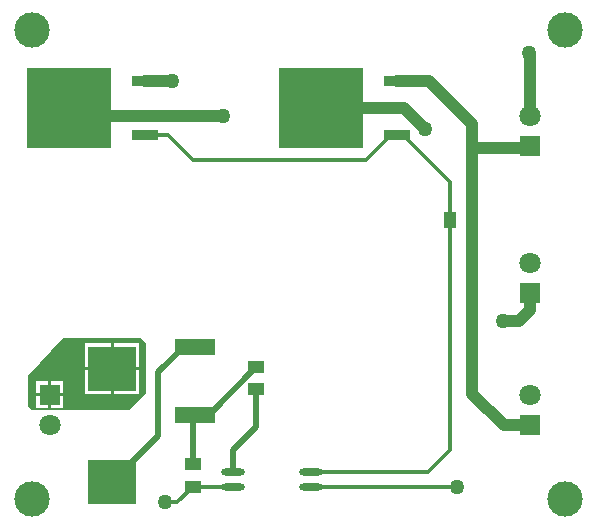
<source format=gtl>
G04 Layer_Physical_Order=1*
G04 Layer_Color=255*
%FSLAX25Y25*%
%MOIN*%
G70*
G01*
G75*
%ADD10R,0.28346X0.26772*%
%ADD11R,0.08661X0.03740*%
%ADD12R,0.15984X0.15000*%
%ADD13R,0.05315X0.03937*%
%ADD14R,0.13583X0.05709*%
%ADD15O,0.07874X0.02362*%
%ADD16R,0.03937X0.05315*%
%ADD17R,0.08858X0.03740*%
%ADD18C,0.01181*%
%ADD19C,0.03937*%
%ADD20C,0.01968*%
%ADD21C,0.07087*%
%ADD22R,0.07087X0.07087*%
%ADD23C,0.11811*%
%ADD24C,0.05000*%
G36*
X85925Y118342D02*
Y101673D01*
X80315Y96063D01*
X48031Y96063D01*
X46850Y97244D01*
Y102953D01*
Y107480D01*
X58268Y120079D01*
X84189D01*
X85925Y118342D01*
D02*
G37*
%LPC*%
G36*
X74303Y109343D02*
X65811D01*
Y101342D01*
X74303D01*
Y109343D01*
D02*
G37*
G36*
X58480Y100681D02*
X54437D01*
Y96638D01*
X58480D01*
Y100681D01*
D02*
G37*
G36*
X53437D02*
X49394D01*
Y96638D01*
X53437D01*
Y100681D01*
D02*
G37*
G36*
X83795Y109343D02*
X75303D01*
Y101342D01*
X83795D01*
Y109343D01*
D02*
G37*
G36*
X74303Y118342D02*
X65811D01*
Y110343D01*
X74303D01*
Y118342D01*
D02*
G37*
G36*
X83795D02*
X75303D01*
Y110343D01*
X83795D01*
Y118342D01*
D02*
G37*
G36*
X53437Y105724D02*
X49394D01*
Y101681D01*
X53437D01*
Y105724D01*
D02*
G37*
G36*
X58480D02*
X54437D01*
Y101681D01*
X58480D01*
Y105724D01*
D02*
G37*
%LPD*%
D10*
X144488Y196850D02*
D03*
X60236D02*
D03*
D11*
X169685Y205827D02*
D03*
Y187874D02*
D03*
D12*
X74803Y109843D02*
D03*
Y72047D02*
D03*
D13*
X101575Y77953D02*
D03*
Y70472D02*
D03*
X122835Y102953D02*
D03*
Y110433D02*
D03*
D14*
X102362Y117224D02*
D03*
Y94587D02*
D03*
D15*
X140945Y70335D02*
D03*
Y75335D02*
D03*
X114961Y70335D02*
D03*
Y75335D02*
D03*
D16*
X187402Y159449D02*
D03*
X194882D02*
D03*
D17*
X85827Y187874D02*
D03*
Y205827D02*
D03*
D18*
X213386Y183465D02*
X214173Y184252D01*
X159449Y179528D02*
X166929Y187008D01*
X172520D02*
X187402Y172126D01*
Y159449D02*
Y172126D01*
Y82677D02*
Y159449D01*
X180059Y75335D02*
X187402Y82677D01*
X117185Y70473D02*
X117323Y70335D01*
X101575Y93799D02*
X102362Y94587D01*
X101575Y70472D02*
X114823D01*
X114961Y70335D01*
X102362Y94587D02*
X106988D01*
X96457Y65354D02*
X101575Y70472D01*
X92520Y65354D02*
X96457D01*
X140945Y70335D02*
X189626D01*
X189764Y70472D01*
X111653Y194095D02*
X111811Y194252D01*
X98721Y117224D02*
X102362D01*
X140945Y75335D02*
X180059D01*
X144488Y194882D02*
X146457Y196850D01*
X101575Y179528D02*
X159449D01*
X93228Y187874D02*
X101575Y179528D01*
X85827Y187874D02*
X93228D01*
X166929Y187008D02*
X172520D01*
D19*
X194882Y183465D02*
X213386D01*
X146457Y196850D02*
X172047D01*
X179134Y189764D01*
X205118Y125591D02*
X210236D01*
X214173Y129528D01*
Y135158D01*
Y194252D02*
Y214567D01*
X213779Y214961D02*
X214173Y214567D01*
X194882Y101575D02*
Y159449D01*
Y101575D02*
X205276Y91181D01*
X214173D01*
X169685Y205827D02*
X180394D01*
X194882Y191339D01*
Y159449D02*
Y183465D01*
Y191339D01*
X60236Y194095D02*
X111653D01*
X85827Y205906D02*
X94882D01*
D20*
X101575Y77953D02*
Y93799D01*
X114961Y75335D02*
Y82677D01*
X122835Y90551D01*
Y102953D01*
X74803Y72047D02*
X90158Y87402D01*
X106988Y94587D02*
X122835Y110433D01*
X90158Y87402D02*
Y108661D01*
X98721Y117224D01*
D21*
X214173Y194252D02*
D03*
Y145158D02*
D03*
Y101181D02*
D03*
X53937Y91181D02*
D03*
D22*
X214173Y184252D02*
D03*
Y135158D02*
D03*
Y91181D02*
D03*
X53937Y101181D02*
D03*
D23*
X48031Y222835D02*
D03*
X225590D02*
D03*
Y66535D02*
D03*
X48031D02*
D03*
D24*
X92520Y65354D02*
D03*
X189764Y70472D02*
D03*
X111811Y194252D02*
D03*
X179134Y189764D02*
D03*
X205118Y125591D02*
D03*
X213779Y214961D02*
D03*
X94882Y205906D02*
D03*
M02*

</source>
